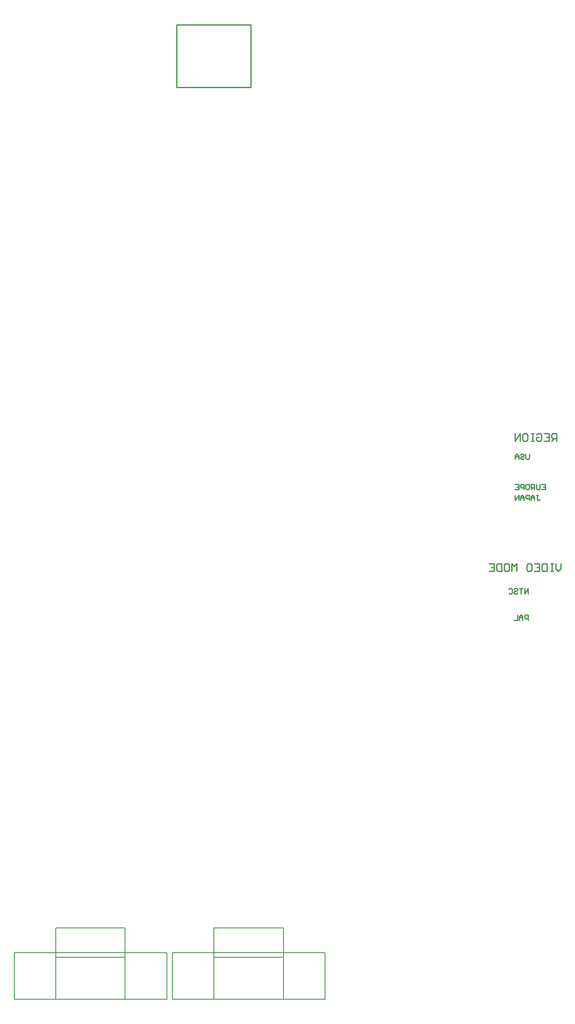
<source format=gbr>
%FSTAX44Y44*%
%MOMM*%
%SFA1B1*%

%IPPOS*%
%ADD78C,0.200000*%
%ADD79C,0.253999*%
%LNsega_801_remake_legend_bot-1*%
%LPD*%
G54D78*
X00980289Y-00000479D02*
Y00093519D01*
X00896289D02*
X01204289D01*
X00896289Y-00000479D02*
X01204289D01*
X01120289D02*
Y00093519D01*
X01204289Y-00000479D02*
Y00093519D01*
X00896289Y-00000479D02*
Y00093519D01*
X00980289Y0008382D02*
X01120289D01*
X00980289Y00143049D02*
X01120289D01*
Y0008382D02*
Y00143049D01*
X00980289Y0008382D02*
Y00143049D01*
X00660729Y0008382D02*
Y00143049D01*
X00800729Y0008382D02*
Y00143049D01*
X00660729D02*
X00800729D01*
X00660729Y0008382D02*
X00800729D01*
X00660729Y-00000479D02*
Y00093519D01*
X00576729D02*
X00884729D01*
X00576729Y-00000479D02*
X00884729D01*
X00800729D02*
Y00093519D01*
X00884729Y-00000479D02*
Y00093519D01*
X00576729Y-00000479D02*
Y00093519D01*
G54D79*
X00904169Y01838659D02*
X01054169D01*
X00904169Y01965169D02*
X01054169D01*
Y01838659D02*
Y01965169D01*
X00904169Y01838659D02*
Y01965169D01*
X01614036Y00817401D02*
Y00828066D01*
X01606926Y00817401*
Y00828066*
X01603372D02*
X01596263D01*
X01599817*
Y00817401*
X01585597Y00826289D02*
X01587375Y00828066D01*
X0159093*
X01592707Y00826289*
Y00824511*
X0159093Y00822734*
X01587375*
X01585597Y00820956*
Y00819179*
X01587375Y00817401*
X0159093*
X01592707Y00819179*
X01574933Y00826289D02*
X0157671Y00828066D01*
X01580265*
X01582042Y00826289*
Y00819179*
X01580265Y00817401*
X0157671*
X01574933Y00819179*
X01614036Y00764061D02*
Y00774726D01*
X01608704*
X01606926Y00772949*
Y00769394*
X01608704Y00767616*
X01614036*
X01603372Y00764061D02*
Y00771171D01*
X01599817Y00774726*
X01596263Y00771171*
Y00764061*
Y00769394*
X01603372*
X01592707Y00774726D02*
Y00764061D01*
X01585597*
X01680076Y00878356D02*
Y008682D01*
X01674998Y00863121*
X01669919Y008682*
Y00878356*
X01664841D02*
X01659763D01*
X01662303*
Y00863121*
X01664841*
X01659763*
X01652145Y00878356D02*
Y00863121D01*
X01644528*
X01641988Y00865661*
Y00875817*
X01644528Y00878356*
X01652145*
X01626753D02*
X0163691D01*
Y00863121*
X01626753*
X0163691Y00870739D02*
X01631832D01*
X01614058Y00878356D02*
X01619136D01*
X01621675Y00875817*
Y00865661*
X01619136Y00863121*
X01614058*
X01611518Y00865661*
Y00875817*
X01614058Y00878356*
X01591205Y00863121D02*
Y00878356D01*
X01586126Y00873278*
X01581048Y00878356*
Y00863121*
X01568352Y00878356D02*
X01573431D01*
X0157597Y00875817*
Y00865661*
X01573431Y00863121*
X01568352*
X01565813Y00865661*
Y00875817*
X01568352Y00878356*
X01560735D02*
Y00863121D01*
X01553117*
X01550578Y00865661*
Y00875817*
X01553117Y00878356*
X01560735*
X01535343D02*
X015455D01*
Y00863121*
X01535343*
X015455Y00870739D02*
X01540421D01*
X01616474Y01099274D02*
Y01090387D01*
X01614697Y0108861*
X01611142*
X01609364Y01090387*
Y01099274*
X015987Y01097497D02*
X01600477Y01099274D01*
X01604032*
X0160581Y01097497*
Y01095719*
X01604032Y01093942*
X01600477*
X015987Y01092164*
Y01090387*
X01600477Y0108861*
X01604032*
X0160581Y01090387*
X01595145Y0108861D02*
Y01095719D01*
X0159159Y01099274*
X01588035Y01095719*
Y0108861*
Y01093942*
X01595145*
X01641358Y01038314D02*
X01648468D01*
Y0102765*
X01641358*
X01648468Y01032982D02*
X01644913D01*
X01637803Y01038314D02*
Y01029427D01*
X01636026Y0102765*
X01632471*
X01630693Y01029427*
Y01038314*
X01627139Y0102765D02*
Y01038314D01*
X01621806*
X01620029Y01036537*
Y01032982*
X01621806Y01031204*
X01627139*
X01623584D02*
X01620029Y0102765D01*
X01611142Y01038314D02*
X01614697D01*
X01616474Y01036537*
Y01029427*
X01614697Y0102765*
X01611142*
X01609364Y01029427*
Y01036537*
X01611142Y01038314*
X0160581Y0102765D02*
Y01038314D01*
X01600477*
X015987Y01036537*
Y01032982*
X01600477Y01031204*
X0160581*
X01588035Y01038314D02*
X01595145D01*
Y0102765*
X01588035*
X01595145Y01032982D02*
X0159159D01*
X01630693Y01016504D02*
X01634248D01*
X01632471*
Y01007616*
X01634248Y0100584*
X01636026*
X01637803Y01007616*
X01627139Y0100584D02*
Y01012949D01*
X01623584Y01016504*
X01620029Y01012949*
Y0100584*
Y01011171*
X01627139*
X01616474Y0100584D02*
Y01016504D01*
X01611142*
X01609364Y01014726*
Y01011171*
X01611142Y01009394*
X01616474*
X0160581Y0100584D02*
Y01012949D01*
X01602255Y01016504*
X015987Y01012949*
Y0100584*
Y01011171*
X0160581*
X01595145Y0100584D02*
Y01016504D01*
X01588035Y0100584*
Y01016504*
X01671828Y0112522D02*
Y01140454D01*
X01664211*
X01661672Y01137915*
Y01132837*
X01664211Y01130297*
X01671828*
X0166675D02*
X01661672Y0112522D01*
X01646436Y01140454D02*
X01656593D01*
Y0112522*
X01646436*
X01656593Y01132837D02*
X01651515D01*
X01631201Y01137915D02*
X0163374Y01140454D01*
X01638819*
X01641358Y01137915*
Y01127758*
X01638819Y0112522*
X0163374*
X01631201Y01127758*
Y01132837*
X0163628*
X01626123Y01140454D02*
X01621045D01*
X01623584*
Y0112522*
X01626123*
X01621045*
X0160581Y01140454D02*
X01610888D01*
X01613427Y01137915*
Y01127758*
X01610888Y0112522*
X0160581*
X0160327Y01127758*
Y01137915*
X0160581Y01140454*
X01598192Y0112522D02*
Y01140454D01*
X01588035Y0112522*
Y01140454*
M02*
</source>
